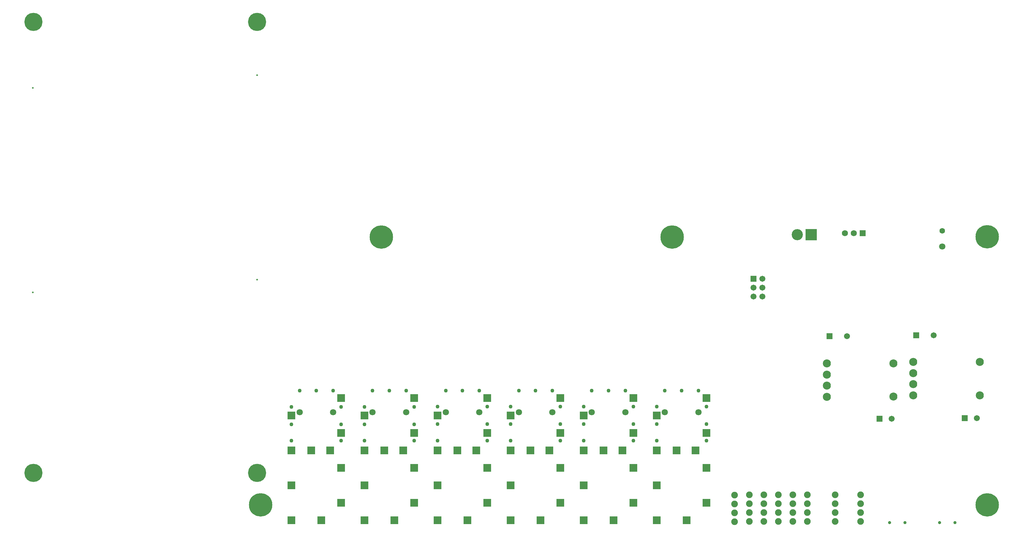
<source format=gbs>
%FSLAX25Y25*%
%MOIN*%
G70*
G01*
G75*
G04 Layer_Color=16711935*
%ADD10R,0.09646X0.12598*%
%ADD11R,0.07874X0.10630*%
%ADD12R,0.08858X0.01575*%
%ADD13R,0.01772X0.11024*%
%ADD14R,0.01772X0.18504*%
%ADD15R,0.03543X0.03937*%
%ADD16R,0.03740X0.03937*%
%ADD17R,0.07087X0.04528*%
%ADD18R,0.04724X0.03937*%
%ADD19R,0.01969X0.07874*%
%ADD20R,0.03937X0.03740*%
%ADD21R,0.02362X0.03937*%
%ADD22O,0.04000X0.01200*%
%ADD23R,0.03937X0.03543*%
%ADD24O,0.01181X0.04134*%
%ADD25O,0.04134X0.01181*%
%ADD26R,0.13189X0.13189*%
%ADD27R,0.07874X0.09843*%
%ADD28R,0.01969X0.09055*%
%ADD29R,0.03937X0.02362*%
%ADD30R,0.03937X0.03937*%
%ADD31R,0.03740X0.05512*%
%ADD32R,0.05512X0.03740*%
%ADD33C,0.01200*%
%ADD34C,0.00600*%
%ADD35C,0.01100*%
%ADD36C,0.01000*%
%ADD37C,0.01600*%
%ADD38C,0.10000*%
%ADD39C,0.04000*%
%ADD40C,0.03937*%
%ADD41C,0.01969*%
%ADD42C,0.25590*%
%ADD43R,0.07874X0.07874*%
%ADD44C,0.06299*%
%ADD45C,0.03543*%
%ADD46R,0.05906X0.05906*%
%ADD47C,0.05906*%
%ADD48R,0.11811X0.11811*%
%ADD49C,0.11811*%
%ADD50C,0.06000*%
%ADD51R,0.06000X0.06000*%
%ADD52C,0.08268*%
%ADD53R,0.05906X0.05906*%
%ADD54C,0.06693*%
%ADD55C,0.19685*%
%ADD56C,0.02600*%
%ADD57R,0.96000X0.67300*%
%ADD58C,0.10087*%
%ADD59C,0.09299*%
%ADD60C,0.06937*%
%ADD61C,0.16780*%
%ADD62C,0.08118*%
%ADD63C,0.09299*%
%ADD64C,0.06543*%
%ADD65C,0.06543*%
%ADD66C,0.09693*%
%ADD67C,0.06800*%
%ADD68C,0.08512*%
%ADD69C,0.06150*%
%ADD70C,0.15598*%
%ADD71C,0.04200*%
%ADD72R,0.96000X0.67900*%
%ADD73C,0.00984*%
%ADD74C,0.00787*%
%ADD75C,0.00700*%
%ADD76R,0.30709X0.02362*%
%ADD77R,0.10446X0.13398*%
%ADD78R,0.08674X0.11430*%
%ADD79R,0.04343X0.04737*%
%ADD80R,0.04540X0.04737*%
%ADD81R,0.07887X0.05328*%
%ADD82R,0.05524X0.04737*%
%ADD83R,0.02769X0.08674*%
%ADD84R,0.04737X0.04540*%
%ADD85R,0.03162X0.04737*%
%ADD86O,0.04800X0.02000*%
%ADD87R,0.04737X0.04343*%
%ADD88O,0.01981X0.04934*%
%ADD89O,0.04934X0.01981*%
%ADD90R,0.13989X0.13989*%
%ADD91R,0.08674X0.10642*%
%ADD92R,0.02769X0.09855*%
%ADD93R,0.04737X0.03162*%
%ADD94R,0.04737X0.04737*%
%ADD95R,0.04540X0.06312*%
%ADD96R,0.06312X0.04540*%
%ADD97C,0.07087*%
%ADD98C,0.06299*%
%ADD99C,0.26391*%
%ADD100R,0.08674X0.08674*%
%ADD101C,0.07099*%
%ADD102C,0.04343*%
%ADD103R,0.06706X0.06706*%
%ADD104C,0.06706*%
%ADD105R,0.12611X0.12611*%
%ADD106C,0.12611*%
%ADD107R,0.06800X0.06800*%
%ADD108C,0.09068*%
%ADD109R,0.06706X0.06706*%
%ADD110C,0.07493*%
%ADD111C,0.20485*%
D41*
X33740Y276181D02*
D03*
Y506496D02*
D03*
X286535Y520866D02*
D03*
Y290551D02*
D03*
D45*
X1055539Y16664D02*
D03*
X1072861D02*
D03*
X998939D02*
D03*
X1016261D02*
D03*
D67*
X948700Y342700D02*
D03*
X958700D02*
D03*
D97*
X1058500Y327800D02*
D03*
D98*
Y345516D02*
D03*
D99*
X426273Y338466D02*
D03*
X290300Y36900D02*
D03*
X754200Y338400D02*
D03*
X1108982Y338663D02*
D03*
Y36876D02*
D03*
D100*
X381202Y157085D02*
D03*
Y117715D02*
D03*
Y78345D02*
D03*
Y38975D02*
D03*
X358879Y19290D02*
D03*
X325100D02*
D03*
Y58660D02*
D03*
X368722Y98030D02*
D03*
X347462D02*
D03*
X325100D02*
D03*
Y137400D02*
D03*
X792802Y157185D02*
D03*
Y117815D02*
D03*
Y78445D02*
D03*
Y39075D02*
D03*
X770479Y19390D02*
D03*
X736700D02*
D03*
Y58760D02*
D03*
X780322Y98130D02*
D03*
X759062D02*
D03*
X736700D02*
D03*
Y137500D02*
D03*
X710502Y157185D02*
D03*
Y117815D02*
D03*
Y78445D02*
D03*
Y39075D02*
D03*
X688179Y19390D02*
D03*
X654400D02*
D03*
Y58760D02*
D03*
X698022Y98130D02*
D03*
X676762D02*
D03*
X654400D02*
D03*
Y137500D02*
D03*
X628202Y157185D02*
D03*
Y117815D02*
D03*
Y78445D02*
D03*
Y39075D02*
D03*
X605879Y19390D02*
D03*
X572100D02*
D03*
Y58760D02*
D03*
X615722Y98130D02*
D03*
X594462D02*
D03*
X572100D02*
D03*
Y137500D02*
D03*
X545902Y157185D02*
D03*
Y117815D02*
D03*
Y78445D02*
D03*
Y39075D02*
D03*
X523580Y19390D02*
D03*
X489800D02*
D03*
Y58760D02*
D03*
X533422Y98130D02*
D03*
X512162D02*
D03*
X489800D02*
D03*
Y137500D02*
D03*
X463502Y157085D02*
D03*
Y117715D02*
D03*
Y78345D02*
D03*
Y38975D02*
D03*
X441180Y19290D02*
D03*
X407400D02*
D03*
Y58660D02*
D03*
X451022Y98030D02*
D03*
X429762D02*
D03*
X407400D02*
D03*
Y137400D02*
D03*
D101*
X372069Y140943D02*
D03*
X334273D02*
D03*
X783669Y141043D02*
D03*
X745873D02*
D03*
X701369D02*
D03*
X663573D02*
D03*
X619068D02*
D03*
X581273D02*
D03*
X536768D02*
D03*
X498973D02*
D03*
X454368Y140943D02*
D03*
X416573D02*
D03*
D102*
X325100Y147242D02*
D03*
X334273Y165353D02*
D03*
X353171D02*
D03*
X372069D02*
D03*
X381202Y147242D02*
D03*
Y127558D02*
D03*
Y109054D02*
D03*
X325100Y127558D02*
D03*
Y109054D02*
D03*
X736700Y147343D02*
D03*
X745873Y165453D02*
D03*
X764771D02*
D03*
X783669D02*
D03*
X792802Y147343D02*
D03*
Y127657D02*
D03*
Y109153D02*
D03*
X736700Y127657D02*
D03*
Y109153D02*
D03*
X654400Y147343D02*
D03*
X663573Y165453D02*
D03*
X682471D02*
D03*
X701369D02*
D03*
X710502Y147343D02*
D03*
Y127657D02*
D03*
Y109153D02*
D03*
X654400Y127657D02*
D03*
Y109153D02*
D03*
X572100Y147343D02*
D03*
X581273Y165453D02*
D03*
X600171D02*
D03*
X619068D02*
D03*
X628202Y147343D02*
D03*
Y127657D02*
D03*
Y109153D02*
D03*
X572100Y127657D02*
D03*
Y109153D02*
D03*
X489800Y147343D02*
D03*
X498973Y165453D02*
D03*
X517871D02*
D03*
X536768D02*
D03*
X545902Y147343D02*
D03*
Y127657D02*
D03*
Y109153D02*
D03*
X489800Y127657D02*
D03*
Y109153D02*
D03*
X407400Y147242D02*
D03*
X416573Y165353D02*
D03*
X435471D02*
D03*
X454368D02*
D03*
X463502Y147242D02*
D03*
Y127558D02*
D03*
Y109054D02*
D03*
X407400Y127558D02*
D03*
Y109054D02*
D03*
D103*
X845800Y291500D02*
D03*
D104*
X855800D02*
D03*
X845800Y281500D02*
D03*
X855800D02*
D03*
X845800Y271500D02*
D03*
X855800D02*
D03*
X1097390Y134300D02*
D03*
X951143Y226900D02*
D03*
X1001490Y133700D02*
D03*
X1048643Y227600D02*
D03*
D105*
X910600Y341000D02*
D03*
D106*
X895009D02*
D03*
D107*
X968700Y342700D02*
D03*
D108*
X1100920Y197679D02*
D03*
Y160199D02*
D03*
X1025880Y160120D02*
D03*
Y172640D02*
D03*
Y185160D02*
D03*
Y197679D02*
D03*
X1003520Y196080D02*
D03*
Y158599D02*
D03*
X928480Y158520D02*
D03*
Y171040D02*
D03*
Y183560D02*
D03*
Y196080D02*
D03*
D109*
X1083610Y134300D02*
D03*
X931458Y226900D02*
D03*
X987710Y133700D02*
D03*
X1028957Y227600D02*
D03*
D110*
X966500Y18000D02*
D03*
Y28000D02*
D03*
Y48000D02*
D03*
Y38000D02*
D03*
X937600Y18100D02*
D03*
Y28100D02*
D03*
Y48100D02*
D03*
Y38100D02*
D03*
X906300Y18000D02*
D03*
Y28000D02*
D03*
Y48000D02*
D03*
Y38000D02*
D03*
X889999Y18000D02*
D03*
Y28000D02*
D03*
Y48000D02*
D03*
Y38000D02*
D03*
X873697Y18000D02*
D03*
Y28000D02*
D03*
Y48000D02*
D03*
Y38000D02*
D03*
X857396Y18000D02*
D03*
Y28000D02*
D03*
Y48000D02*
D03*
Y38000D02*
D03*
X841095Y18000D02*
D03*
Y28000D02*
D03*
Y48000D02*
D03*
Y38000D02*
D03*
X824400Y17606D02*
D03*
Y27606D02*
D03*
Y47606D02*
D03*
Y37606D02*
D03*
D111*
X286417Y72835D02*
D03*
Y580709D02*
D03*
X34449Y72835D02*
D03*
Y580709D02*
D03*
M02*

</source>
